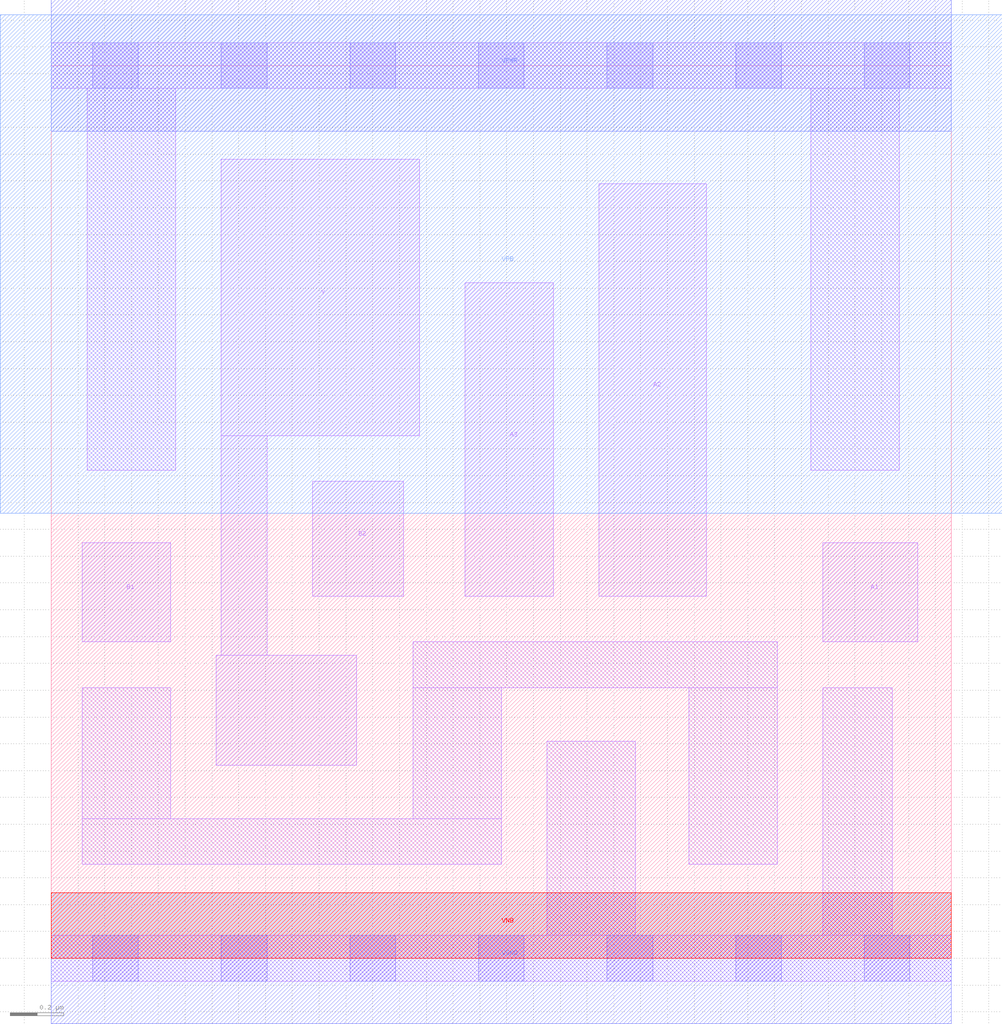
<source format=lef>
# Copyright 2020 The SkyWater PDK Authors
#
# Licensed under the Apache License, Version 2.0 (the "License");
# you may not use this file except in compliance with the License.
# You may obtain a copy of the License at
#
#     https://www.apache.org/licenses/LICENSE-2.0
#
# Unless required by applicable law or agreed to in writing, software
# distributed under the License is distributed on an "AS IS" BASIS,
# WITHOUT WARRANTIES OR CONDITIONS OF ANY KIND, either express or implied.
# See the License for the specific language governing permissions and
# limitations under the License.
#
# SPDX-License-Identifier: Apache-2.0

VERSION 5.7 ;
  NOWIREEXTENSIONATPIN ON ;
  DIVIDERCHAR "/" ;
  BUSBITCHARS "[]" ;
MACRO sky130_fd_sc_hs__o32ai_1
  CLASS CORE ;
  FOREIGN sky130_fd_sc_hs__o32ai_1 ;
  ORIGIN  0.000000  0.000000 ;
  SIZE  3.360000 BY  3.330000 ;
  SYMMETRY X Y ;
  SITE unit ;
  PIN A1
    ANTENNAGATEAREA  0.279000 ;
    DIRECTION INPUT ;
    USE SIGNAL ;
    PORT
      LAYER li1 ;
        RECT 2.880000 1.180000 3.235000 1.550000 ;
    END
  END A1
  PIN A2
    ANTENNAGATEAREA  0.279000 ;
    DIRECTION INPUT ;
    USE SIGNAL ;
    PORT
      LAYER li1 ;
        RECT 2.045000 1.350000 2.445000 2.890000 ;
    END
  END A2
  PIN A3
    ANTENNAGATEAREA  0.279000 ;
    DIRECTION INPUT ;
    USE SIGNAL ;
    PORT
      LAYER li1 ;
        RECT 1.545000 1.350000 1.875000 2.520000 ;
    END
  END A3
  PIN B1
    ANTENNAGATEAREA  0.279000 ;
    DIRECTION INPUT ;
    USE SIGNAL ;
    PORT
      LAYER li1 ;
        RECT 0.115000 1.180000 0.445000 1.550000 ;
    END
  END B1
  PIN B2
    ANTENNAGATEAREA  0.279000 ;
    DIRECTION INPUT ;
    USE SIGNAL ;
    PORT
      LAYER li1 ;
        RECT 0.975000 1.350000 1.315000 1.780000 ;
    END
  END B2
  PIN Y
    ANTENNADIFFAREA  0.992900 ;
    DIRECTION OUTPUT ;
    USE SIGNAL ;
    PORT
      LAYER li1 ;
        RECT 0.615000 0.720000 1.140000 1.130000 ;
        RECT 0.635000 1.130000 0.805000 1.950000 ;
        RECT 0.635000 1.950000 1.375000 2.980000 ;
    END
  END Y
  PIN VGND
    DIRECTION INOUT ;
    USE GROUND ;
    PORT
      LAYER met1 ;
        RECT 0.000000 -0.245000 3.360000 0.245000 ;
    END
  END VGND
  PIN VNB
    DIRECTION INOUT ;
    USE GROUND ;
    PORT
      LAYER pwell ;
        RECT 0.000000 0.000000 3.360000 0.245000 ;
    END
  END VNB
  PIN VPB
    DIRECTION INOUT ;
    USE POWER ;
    PORT
      LAYER nwell ;
        RECT -0.190000 1.660000 3.550000 3.520000 ;
    END
  END VPB
  PIN VPWR
    DIRECTION INOUT ;
    USE POWER ;
    PORT
      LAYER met1 ;
        RECT 0.000000 3.085000 3.360000 3.575000 ;
    END
  END VPWR
  OBS
    LAYER li1 ;
      RECT 0.000000 -0.085000 3.360000 0.085000 ;
      RECT 0.000000  3.245000 3.360000 3.415000 ;
      RECT 0.115000  0.350000 1.680000 0.520000 ;
      RECT 0.115000  0.520000 0.445000 1.010000 ;
      RECT 0.135000  1.820000 0.465000 3.245000 ;
      RECT 1.350000  0.520000 1.680000 1.010000 ;
      RECT 1.350000  1.010000 2.710000 1.180000 ;
      RECT 1.850000  0.085000 2.180000 0.810000 ;
      RECT 2.380000  0.350000 2.710000 1.010000 ;
      RECT 2.835000  1.820000 3.165000 3.245000 ;
      RECT 2.880000  0.085000 3.140000 1.010000 ;
    LAYER mcon ;
      RECT 0.155000 -0.085000 0.325000 0.085000 ;
      RECT 0.155000  3.245000 0.325000 3.415000 ;
      RECT 0.635000 -0.085000 0.805000 0.085000 ;
      RECT 0.635000  3.245000 0.805000 3.415000 ;
      RECT 1.115000 -0.085000 1.285000 0.085000 ;
      RECT 1.115000  3.245000 1.285000 3.415000 ;
      RECT 1.595000 -0.085000 1.765000 0.085000 ;
      RECT 1.595000  3.245000 1.765000 3.415000 ;
      RECT 2.075000 -0.085000 2.245000 0.085000 ;
      RECT 2.075000  3.245000 2.245000 3.415000 ;
      RECT 2.555000 -0.085000 2.725000 0.085000 ;
      RECT 2.555000  3.245000 2.725000 3.415000 ;
      RECT 3.035000 -0.085000 3.205000 0.085000 ;
      RECT 3.035000  3.245000 3.205000 3.415000 ;
  END
END sky130_fd_sc_hs__o32ai_1
END LIBRARY

</source>
